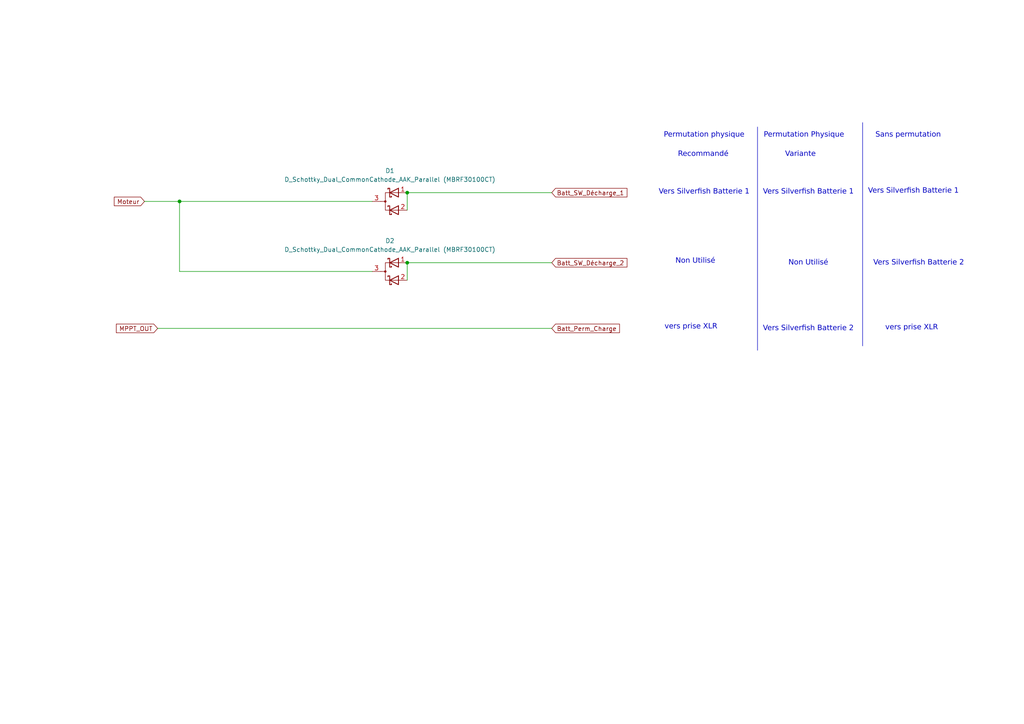
<source format=kicad_sch>
(kicad_sch (version 20231120) (generator "eeschema") (generator_version "8.0")
  (paper "A4")
  (title_block (title "Vhelio - Raccordement Deux Batteries - Options") (date "2024-12-27"))
  (lib_symbols
    (symbol "Device:D_Schottky_Dual_CommonCathode_AAK_Parallel" (pin_names (offset 0.762) hide)
      (property "Reference" "D" (at 0 5.08 0))
      (property "Value" "D_Schottky_Dual_CommonCathode_AAK_Parallel" (at 0 -5.08 0))
      (symbol "D_Schottky_Dual_CommonCathode_AAK_Parallel_0_1"
        (polyline (pts (xy 1.27 0) (xy 2.54 0)))
        (polyline (pts (xy -2.54 -2.54) (xy 1.27 -2.54) (xy 1.27 2.54) (xy -2.54 2.54)))
        (polyline (pts (xy -2.54 -1.27) (xy 0 -2.54) (xy -2.54 -3.81) (xy -2.54 -1.27) (xy -2.54 -1.27) (xy -2.54 -1.27)) (stroke (width 0.254)))
        (polyline (pts (xy -2.54 3.81) (xy 0 2.54) (xy -2.54 1.27) (xy -2.54 3.81) (xy -2.54 3.81) (xy -2.54 3.81)) (stroke (width 0.254)))
        (polyline (pts (xy 0.508 -1.524) (xy 0.508 -1.27) (xy 0 -1.27) (xy 0 -3.81) (xy -0.508 -3.81) (xy -0.508 -3.556)) (stroke (width 0.254)))
        (polyline (pts (xy 0.508 3.556) (xy 0.508 3.81) (xy 0 3.81) (xy 0 1.27) (xy -0.508 1.27) (xy -0.508 1.524)) (stroke (width 0.254)))
        (circle (center 1.27 0) (radius 0.254) (fill (type outline)))
        (pin passive line (at -5.08 2.54 0) (length 2.54) (name "K") (number "1"))
        (pin passive line (at -5.08 -2.54 0) (length 2.54) (name "K") (number "2"))
        (pin passive line (at 5.08 0 180) (length 2.54) (name "A") (number "3"))
      )
    )
  )
  (junction (at 118.11 55.88))
  (junction (at 52.07 58.42))
  (junction (at 118.11 76.2))
  (polyline (pts (xy 250.19 35.56) (xy 250.19 100.33)))
  (wire (pts (xy 45.72 95.25) (xy 160.02 95.25)))
  (polyline (pts (xy 219.71 36.83) (xy 219.71 101.6)))
  (wire (pts (xy 107.95 58.42) (xy 52.07 58.42)))
  (wire (pts (xy 118.11 76.2) (xy 160.02 76.2)))
  (wire (pts (xy 118.11 55.88) (xy 118.11 60.96)))
  (wire (pts (xy 52.07 58.42) (xy 41.91 58.42)))
  (wire (pts (xy 52.07 58.42) (xy 52.07 78.74)))
  (wire (pts (xy 118.11 76.2) (xy 118.11 81.28)))
  (wire (pts (xy 118.11 55.88) (xy 160.02 55.88)))
  (wire (pts (xy 52.07 78.74) (xy 107.95 78.74)))
  (text "Permutation Physique" (at 233.172 39.624 0) (effects (font (size 1.524 1.524))))
  (text "Vers Silverfish Batterie 2" (at 266.446 76.708 0) (effects (font (size 1.524 1.524))))
  (text "vers prise XLR" (at 200.406 95.25 0) (effects (font (size 1.524 1.524))))
  (text "Vers Silverfish Batterie 1" (at 204.216 56.134 0) (effects (font (size 1.524 1.524))))
  (text "Non Utilisé" (at 201.676 76.2 0) (effects (font (size 1.524 1.524))))
  (text "Non Utilisé" (at 234.442 76.708 0) (effects (font (size 1.524 1.524))))
  (text "Recommandé" (at 203.962 45.212 0) (effects (font (size 1.524 1.524))))
  (text "Sans permutation" (at 263.398 39.624 0) (effects (font (size 1.524 1.524))))
  (text "Vers Silverfish Batterie 1" (at 234.442 56.134 0) (effects (font (size 1.524 1.524))))
  (text "Vers Silverfish Batterie 1" (at 264.922 55.88 0) (effects (font (size 1.524 1.524))))
  (text "Permutation physique" (at 204.216 39.624 0) (effects (font (size 1.524 1.524))))
  (text "Vers Silverfish Batterie 2" (at 234.442 95.758 0) (effects (font (size 1.524 1.524))))
  (text "Variante" (at 232.156 45.212 0) (effects (font (size 1.524 1.524))))
  (text "vers prise XLR" (at 264.414 95.504 0) (effects (font (size 1.524 1.524))))
  (global_label "Moteur" (shape input) (at 41.91 58.42 180) (property "Intersheetrefs" "${INTERSHEET_REFS}" (effects (hide yes))))
  (global_label "Batt_SW_Décharge_2" (shape input) (at 160.02 76.2 0) (property "Intersheetrefs" "${INTERSHEET_REFS}" (effects (hide yes))))
  (global_label "MPPT_OUT" (shape input) (at 45.72 95.25 180) (property "Intersheetrefs" "${INTERSHEET_REFS}" (effects (hide yes))))
  (global_label "Batt_SW_Décharge_1" (shape input) (at 160.02 55.88 0) (property "Intersheetrefs" "${INTERSHEET_REFS}" (effects (hide yes))))
  (global_label "Batt_Perm_Charge" (shape input) (at 160.02 95.25 0) (property "Intersheetrefs" "${INTERSHEET_REFS}" (effects (hide yes))))
  (symbol (lib_id "Device:D_Schottky_Dual_CommonCathode_AAK_Parallel") (at 113.03 58.42 0) (mirror y) (unit 1)
    (property "Reference" "D1" (at 113.0935 49.53 0))
    (property "Value" "D_Schottky_Dual_CommonCathode_AAK_Parallel (MBRF30100CT)" (at 113.0935 52.07 0))
    (property "Description" "Dual Schottky diode, common anode on pin 1" (effects (hide yes)))
  )
  (symbol (lib_id "Device:D_Schottky_Dual_CommonCathode_AAK_Parallel") (at 113.03 78.74 0) (mirror y) (unit 1)
    (property "Reference" "D2" (at 113.0935 69.85 0))
    (property "Value" "D_Schottky_Dual_CommonCathode_AAK_Parallel (MBRF30100CT)" (at 113.0935 72.39 0))
    (property "Description" "Dual Schottky diode, common anode on pin 1" (effects (hide yes)))
  )
)
</source>
